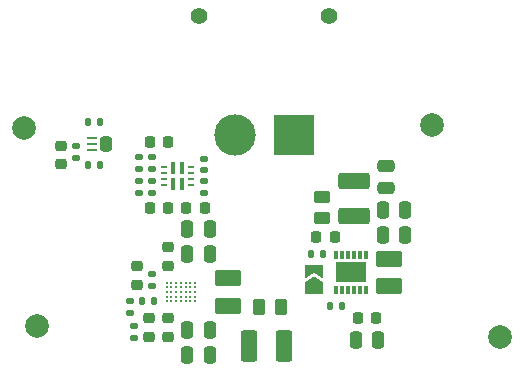
<source format=gts>
G04 #@! TF.GenerationSoftware,KiCad,Pcbnew,7.0.5-0*
G04 #@! TF.CreationDate,2023-09-26T15:14:25-04:00*
G04 #@! TF.ProjectId,PowerPack,506f7765-7250-4616-936b-2e6b69636164,rev?*
G04 #@! TF.SameCoordinates,Original*
G04 #@! TF.FileFunction,Soldermask,Top*
G04 #@! TF.FilePolarity,Negative*
%FSLAX46Y46*%
G04 Gerber Fmt 4.6, Leading zero omitted, Abs format (unit mm)*
G04 Created by KiCad (PCBNEW 7.0.5-0) date 2023-09-26 15:14:25*
%MOMM*%
%LPD*%
G01*
G04 APERTURE LIST*
G04 Aperture macros list*
%AMRoundRect*
0 Rectangle with rounded corners*
0 $1 Rounding radius*
0 $2 $3 $4 $5 $6 $7 $8 $9 X,Y pos of 4 corners*
0 Add a 4 corners polygon primitive as box body*
4,1,4,$2,$3,$4,$5,$6,$7,$8,$9,$2,$3,0*
0 Add four circle primitives for the rounded corners*
1,1,$1+$1,$2,$3*
1,1,$1+$1,$4,$5*
1,1,$1+$1,$6,$7*
1,1,$1+$1,$8,$9*
0 Add four rect primitives between the rounded corners*
20,1,$1+$1,$2,$3,$4,$5,0*
20,1,$1+$1,$4,$5,$6,$7,0*
20,1,$1+$1,$6,$7,$8,$9,0*
20,1,$1+$1,$8,$9,$2,$3,0*%
%AMFreePoly0*
4,1,6,1.000000,0.000000,0.500000,-0.750000,-0.500000,-0.750000,-0.500000,0.750000,0.500000,0.750000,1.000000,0.000000,1.000000,0.000000,$1*%
%AMFreePoly1*
4,1,6,0.500000,-0.750000,-0.650000,-0.750000,-0.150000,0.000000,-0.650000,0.750000,0.500000,0.750000,0.500000,-0.750000,0.500000,-0.750000,$1*%
G04 Aperture macros list end*
%ADD10RoundRect,0.225000X0.225000X0.250000X-0.225000X0.250000X-0.225000X-0.250000X0.225000X-0.250000X0*%
%ADD11RoundRect,0.250000X-0.250000X-0.475000X0.250000X-0.475000X0.250000X0.475000X-0.250000X0.475000X0*%
%ADD12RoundRect,0.135000X0.185000X-0.135000X0.185000X0.135000X-0.185000X0.135000X-0.185000X-0.135000X0*%
%ADD13RoundRect,0.250001X0.849999X-0.462499X0.849999X0.462499X-0.849999X0.462499X-0.849999X-0.462499X0*%
%ADD14RoundRect,0.135000X0.135000X0.185000X-0.135000X0.185000X-0.135000X-0.185000X0.135000X-0.185000X0*%
%ADD15RoundRect,0.225000X-0.250000X0.225000X-0.250000X-0.225000X0.250000X-0.225000X0.250000X0.225000X0*%
%ADD16RoundRect,0.225000X-0.225000X-0.250000X0.225000X-0.250000X0.225000X0.250000X-0.225000X0.250000X0*%
%ADD17RoundRect,0.135000X-0.185000X0.135000X-0.185000X-0.135000X0.185000X-0.135000X0.185000X0.135000X0*%
%ADD18RoundRect,0.250001X1.074999X-0.462499X1.074999X0.462499X-1.074999X0.462499X-1.074999X-0.462499X0*%
%ADD19RoundRect,0.250000X-0.262500X-0.450000X0.262500X-0.450000X0.262500X0.450000X-0.262500X0.450000X0*%
%ADD20RoundRect,0.225000X0.250000X-0.225000X0.250000X0.225000X-0.250000X0.225000X-0.250000X-0.225000X0*%
%ADD21RoundRect,0.140000X0.140000X0.170000X-0.140000X0.170000X-0.140000X-0.170000X0.140000X-0.170000X0*%
%ADD22C,0.254000*%
%ADD23C,2.000000*%
%ADD24RoundRect,0.135000X-0.135000X-0.185000X0.135000X-0.185000X0.135000X0.185000X-0.135000X0.185000X0*%
%ADD25RoundRect,0.250001X-0.462499X-1.074999X0.462499X-1.074999X0.462499X1.074999X-0.462499X1.074999X0*%
%ADD26RoundRect,0.140000X0.170000X-0.140000X0.170000X0.140000X-0.170000X0.140000X-0.170000X-0.140000X0*%
%ADD27RoundRect,0.250001X-0.849999X0.462499X-0.849999X-0.462499X0.849999X-0.462499X0.849999X0.462499X0*%
%ADD28R,0.300000X0.650000*%
%ADD29R,2.500000X1.700000*%
%ADD30RoundRect,0.062500X-0.325000X-0.062500X0.325000X-0.062500X0.325000X0.062500X-0.325000X0.062500X0*%
%ADD31RoundRect,0.250000X-0.250000X-0.400000X0.250000X-0.400000X0.250000X0.400000X-0.250000X0.400000X0*%
%ADD32RoundRect,0.250000X-0.475000X0.250000X-0.475000X-0.250000X0.475000X-0.250000X0.475000X0.250000X0*%
%ADD33R,0.399999X1.050000*%
%ADD34R,0.599999X0.200000*%
%ADD35C,1.400000*%
%ADD36R,3.500000X3.500000*%
%ADD37C,3.500000*%
%ADD38FreePoly0,90.000000*%
%ADD39FreePoly1,90.000000*%
%ADD40RoundRect,0.250000X0.450000X-0.262500X0.450000X0.262500X-0.450000X0.262500X-0.450000X-0.262500X0*%
G04 APERTURE END LIST*
D10*
X110375000Y-54200000D03*
X108825000Y-54200000D03*
D11*
X112000000Y-72200000D03*
X113900000Y-72200000D03*
X112000000Y-70100000D03*
X113900000Y-70100000D03*
X128550000Y-62050000D03*
X130450000Y-62050000D03*
D12*
X107900000Y-56510000D03*
X107900000Y-55490000D03*
D11*
X112000000Y-63700000D03*
X113900000Y-63700000D03*
D13*
X129100000Y-66412500D03*
X129100000Y-64087500D03*
D14*
X123510000Y-63675000D03*
X122490000Y-63675000D03*
X104610000Y-52475000D03*
X103590000Y-52475000D03*
D15*
X101300000Y-54500000D03*
X101300000Y-56050000D03*
D16*
X111925000Y-59800000D03*
X113475000Y-59800000D03*
D17*
X109000000Y-55490000D03*
X109000000Y-56510000D03*
D18*
X126100000Y-60462500D03*
X126100000Y-57487500D03*
D12*
X107900000Y-58510000D03*
X107900000Y-57490000D03*
D19*
X118087500Y-68200000D03*
X119912500Y-68200000D03*
D20*
X110350000Y-70675000D03*
X110350000Y-69125000D03*
D21*
X125080000Y-68100000D03*
X124120000Y-68100000D03*
D22*
X110250000Y-66100000D03*
X110650000Y-66100000D03*
X111050000Y-66100000D03*
X111450000Y-66100000D03*
X111850000Y-66100000D03*
X112250000Y-66100000D03*
X112650000Y-66100000D03*
X110250000Y-66500000D03*
X110650000Y-66500000D03*
X111050000Y-66500000D03*
X111450000Y-66500000D03*
X111850000Y-66500000D03*
X112250000Y-66500000D03*
X112650000Y-66500000D03*
X110250000Y-66900000D03*
X110650000Y-66900000D03*
X111050000Y-66900000D03*
X111450000Y-66900000D03*
X111850000Y-66900000D03*
X112250000Y-66900000D03*
X112650000Y-66900000D03*
X110250000Y-67300000D03*
X110650000Y-67300000D03*
X111050000Y-67300000D03*
X111450000Y-67300000D03*
X111850000Y-67300000D03*
X112250000Y-67300000D03*
X112650000Y-67300000D03*
X110250000Y-67700000D03*
X110650000Y-67700000D03*
X111050000Y-67700000D03*
X111450000Y-67700000D03*
X111850000Y-67700000D03*
X112250000Y-67700000D03*
X112650000Y-67700000D03*
D17*
X102600000Y-54565000D03*
X102600000Y-55585000D03*
D23*
X138500000Y-70750000D03*
D10*
X124475000Y-62275000D03*
X122925000Y-62275000D03*
D16*
X126425000Y-69100000D03*
X127975000Y-69100000D03*
D23*
X132750000Y-52750000D03*
D24*
X103590000Y-56175000D03*
X104610000Y-56175000D03*
D17*
X113400000Y-57490000D03*
X113400000Y-58510000D03*
D25*
X117212500Y-71500000D03*
X120187500Y-71500000D03*
D11*
X128550000Y-59950000D03*
X130450000Y-59950000D03*
D26*
X109050000Y-66360000D03*
X109050000Y-65400000D03*
D12*
X107450000Y-70810000D03*
X107450000Y-69790000D03*
D11*
X112000000Y-61600000D03*
X113900000Y-61600000D03*
D27*
X115450000Y-65737500D03*
X115450000Y-68062500D03*
D20*
X107750000Y-66275000D03*
X107750000Y-64725000D03*
X110350000Y-64675000D03*
X110350000Y-63125000D03*
D28*
X124610000Y-66697500D03*
X125110000Y-66697500D03*
X125610000Y-66697500D03*
X126110000Y-66697500D03*
X126610000Y-66697500D03*
X127110000Y-66697500D03*
X127110000Y-63747500D03*
X126610000Y-63747500D03*
X126110000Y-63747500D03*
X125610000Y-63747500D03*
X125110000Y-63747500D03*
X124610000Y-63747500D03*
D29*
X125860000Y-65222500D03*
D30*
X103937500Y-53850000D03*
X103937500Y-54350000D03*
X103937500Y-54850000D03*
D31*
X105100000Y-54350000D03*
D32*
X128800000Y-56200000D03*
X128800000Y-58100000D03*
D33*
X111524998Y-56425000D03*
X110824999Y-56425000D03*
D34*
X110050000Y-56349999D03*
X110050000Y-56850000D03*
X110050000Y-57350000D03*
X110050000Y-57850001D03*
D33*
X110824999Y-57775000D03*
X111524998Y-57775000D03*
D34*
X112349998Y-57850001D03*
X112349998Y-57350000D03*
X112349998Y-56850000D03*
X112349998Y-56349999D03*
D10*
X110375000Y-59800000D03*
X108825000Y-59800000D03*
D26*
X113400000Y-56580000D03*
X113400000Y-55620000D03*
D17*
X109000000Y-57490000D03*
X109000000Y-58510000D03*
D24*
X108140000Y-67700000D03*
X109160000Y-67700000D03*
D20*
X108750000Y-70675000D03*
X108750000Y-69125000D03*
D35*
X113000000Y-43575000D03*
X124000000Y-43575000D03*
D36*
X121000000Y-53575000D03*
D37*
X116000000Y-53575000D03*
D12*
X107150000Y-68710000D03*
X107150000Y-67690000D03*
D38*
X122700000Y-66600000D03*
D39*
X122700000Y-65150000D03*
D11*
X126250000Y-71000000D03*
X128150000Y-71000000D03*
D23*
X98200000Y-53000000D03*
X99300000Y-69800000D03*
D40*
X123400000Y-60675000D03*
X123400000Y-58850000D03*
M02*

</source>
